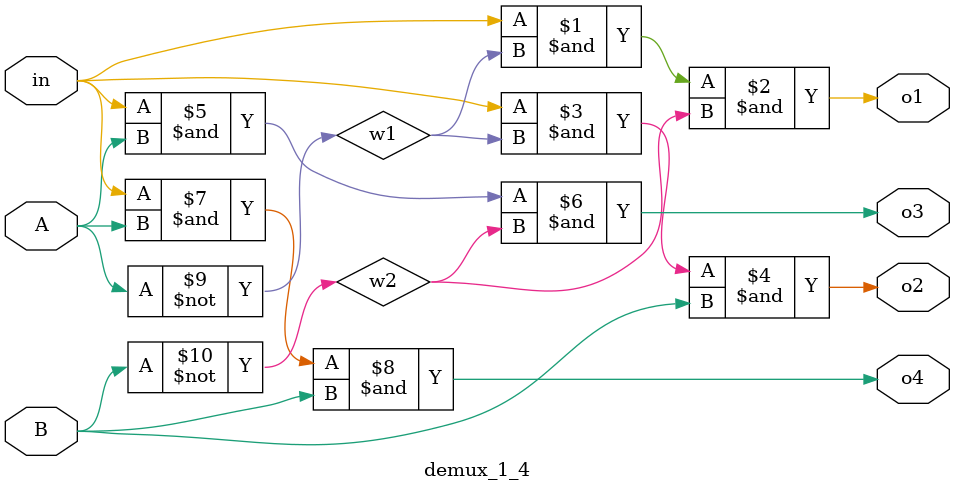
<source format=v>
module demux_1_4(o1, o2, o3, o4, in, A, B);
	
	output o1, o2, o3, o4;
	input in, A, B;
	
	wire w1, w2;
	
	not a(w1, A);
	not b(w2, B);
	
	and p1(o1, in, w1, w2);
	and p2(o2, in, w1, B);
	and p3(o3, in, A, w2);
	and p4(o4, in, A, B);

endmodule

</source>
